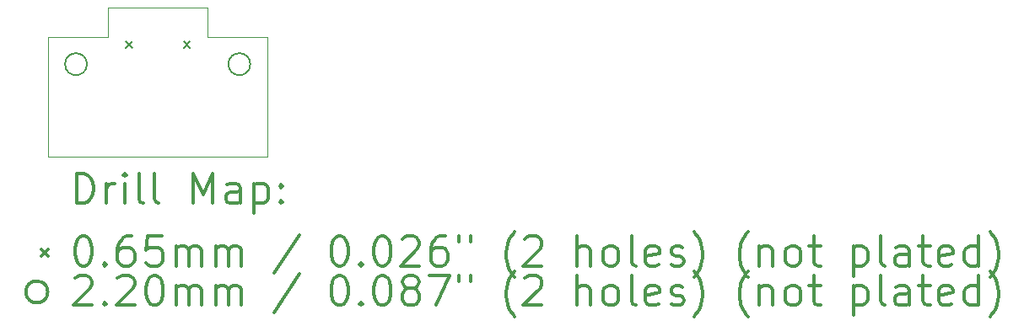
<source format=gbr>
%FSLAX45Y45*%
G04 Gerber Fmt 4.5, Leading zero omitted, Abs format (unit mm)*
G04 Created by KiCad (PCBNEW 5.1.5+dfsg1-2build2) date 2022-10-02 22:42:40*
%MOMM*%
%LPD*%
G04 APERTURE LIST*
%TA.AperFunction,Profile*%
%ADD10C,0.050000*%
%TD*%
%ADD11C,0.200000*%
%ADD12C,0.300000*%
G04 APERTURE END LIST*
D10*
X11600000Y-5300000D02*
X11600000Y-6500000D01*
X11000000Y-5000000D02*
X11000000Y-5300000D01*
X10000000Y-5000000D02*
X11000000Y-5000000D01*
X10000000Y-5000000D02*
X10000000Y-5300000D01*
X11600000Y-6500000D02*
X9400000Y-6500000D01*
X9400000Y-5300000D02*
X9400000Y-6500000D01*
X10000000Y-5300000D02*
X9400000Y-5300000D01*
X11000000Y-5300000D02*
X11600000Y-5300000D01*
D11*
X10181500Y-5340500D02*
X10246500Y-5405500D01*
X10246500Y-5340500D02*
X10181500Y-5405500D01*
X10759500Y-5340500D02*
X10824500Y-5405500D01*
X10824500Y-5340500D02*
X10759500Y-5405500D01*
X9790000Y-5570000D02*
G75*
G03X9790000Y-5570000I-110000J0D01*
G01*
X11430000Y-5570000D02*
G75*
G03X11430000Y-5570000I-110000J0D01*
G01*
D12*
X9683928Y-6968214D02*
X9683928Y-6668214D01*
X9755357Y-6668214D01*
X9798214Y-6682500D01*
X9826786Y-6711071D01*
X9841071Y-6739643D01*
X9855357Y-6796786D01*
X9855357Y-6839643D01*
X9841071Y-6896786D01*
X9826786Y-6925357D01*
X9798214Y-6953929D01*
X9755357Y-6968214D01*
X9683928Y-6968214D01*
X9983928Y-6968214D02*
X9983928Y-6768214D01*
X9983928Y-6825357D02*
X9998214Y-6796786D01*
X10012500Y-6782500D01*
X10041071Y-6768214D01*
X10069643Y-6768214D01*
X10169643Y-6968214D02*
X10169643Y-6768214D01*
X10169643Y-6668214D02*
X10155357Y-6682500D01*
X10169643Y-6696786D01*
X10183928Y-6682500D01*
X10169643Y-6668214D01*
X10169643Y-6696786D01*
X10355357Y-6968214D02*
X10326786Y-6953929D01*
X10312500Y-6925357D01*
X10312500Y-6668214D01*
X10512500Y-6968214D02*
X10483928Y-6953929D01*
X10469643Y-6925357D01*
X10469643Y-6668214D01*
X10855357Y-6968214D02*
X10855357Y-6668214D01*
X10955357Y-6882500D01*
X11055357Y-6668214D01*
X11055357Y-6968214D01*
X11326786Y-6968214D02*
X11326786Y-6811071D01*
X11312500Y-6782500D01*
X11283928Y-6768214D01*
X11226786Y-6768214D01*
X11198214Y-6782500D01*
X11326786Y-6953929D02*
X11298214Y-6968214D01*
X11226786Y-6968214D01*
X11198214Y-6953929D01*
X11183928Y-6925357D01*
X11183928Y-6896786D01*
X11198214Y-6868214D01*
X11226786Y-6853929D01*
X11298214Y-6853929D01*
X11326786Y-6839643D01*
X11469643Y-6768214D02*
X11469643Y-7068214D01*
X11469643Y-6782500D02*
X11498214Y-6768214D01*
X11555357Y-6768214D01*
X11583928Y-6782500D01*
X11598214Y-6796786D01*
X11612500Y-6825357D01*
X11612500Y-6911071D01*
X11598214Y-6939643D01*
X11583928Y-6953929D01*
X11555357Y-6968214D01*
X11498214Y-6968214D01*
X11469643Y-6953929D01*
X11741071Y-6939643D02*
X11755357Y-6953929D01*
X11741071Y-6968214D01*
X11726786Y-6953929D01*
X11741071Y-6939643D01*
X11741071Y-6968214D01*
X11741071Y-6782500D02*
X11755357Y-6796786D01*
X11741071Y-6811071D01*
X11726786Y-6796786D01*
X11741071Y-6782500D01*
X11741071Y-6811071D01*
X9332500Y-7430000D02*
X9397500Y-7495000D01*
X9397500Y-7430000D02*
X9332500Y-7495000D01*
X9741071Y-7298214D02*
X9769643Y-7298214D01*
X9798214Y-7312500D01*
X9812500Y-7326786D01*
X9826786Y-7355357D01*
X9841071Y-7412500D01*
X9841071Y-7483929D01*
X9826786Y-7541071D01*
X9812500Y-7569643D01*
X9798214Y-7583929D01*
X9769643Y-7598214D01*
X9741071Y-7598214D01*
X9712500Y-7583929D01*
X9698214Y-7569643D01*
X9683928Y-7541071D01*
X9669643Y-7483929D01*
X9669643Y-7412500D01*
X9683928Y-7355357D01*
X9698214Y-7326786D01*
X9712500Y-7312500D01*
X9741071Y-7298214D01*
X9969643Y-7569643D02*
X9983928Y-7583929D01*
X9969643Y-7598214D01*
X9955357Y-7583929D01*
X9969643Y-7569643D01*
X9969643Y-7598214D01*
X10241071Y-7298214D02*
X10183928Y-7298214D01*
X10155357Y-7312500D01*
X10141071Y-7326786D01*
X10112500Y-7369643D01*
X10098214Y-7426786D01*
X10098214Y-7541071D01*
X10112500Y-7569643D01*
X10126786Y-7583929D01*
X10155357Y-7598214D01*
X10212500Y-7598214D01*
X10241071Y-7583929D01*
X10255357Y-7569643D01*
X10269643Y-7541071D01*
X10269643Y-7469643D01*
X10255357Y-7441071D01*
X10241071Y-7426786D01*
X10212500Y-7412500D01*
X10155357Y-7412500D01*
X10126786Y-7426786D01*
X10112500Y-7441071D01*
X10098214Y-7469643D01*
X10541071Y-7298214D02*
X10398214Y-7298214D01*
X10383928Y-7441071D01*
X10398214Y-7426786D01*
X10426786Y-7412500D01*
X10498214Y-7412500D01*
X10526786Y-7426786D01*
X10541071Y-7441071D01*
X10555357Y-7469643D01*
X10555357Y-7541071D01*
X10541071Y-7569643D01*
X10526786Y-7583929D01*
X10498214Y-7598214D01*
X10426786Y-7598214D01*
X10398214Y-7583929D01*
X10383928Y-7569643D01*
X10683928Y-7598214D02*
X10683928Y-7398214D01*
X10683928Y-7426786D02*
X10698214Y-7412500D01*
X10726786Y-7398214D01*
X10769643Y-7398214D01*
X10798214Y-7412500D01*
X10812500Y-7441071D01*
X10812500Y-7598214D01*
X10812500Y-7441071D02*
X10826786Y-7412500D01*
X10855357Y-7398214D01*
X10898214Y-7398214D01*
X10926786Y-7412500D01*
X10941071Y-7441071D01*
X10941071Y-7598214D01*
X11083928Y-7598214D02*
X11083928Y-7398214D01*
X11083928Y-7426786D02*
X11098214Y-7412500D01*
X11126786Y-7398214D01*
X11169643Y-7398214D01*
X11198214Y-7412500D01*
X11212500Y-7441071D01*
X11212500Y-7598214D01*
X11212500Y-7441071D02*
X11226786Y-7412500D01*
X11255357Y-7398214D01*
X11298214Y-7398214D01*
X11326786Y-7412500D01*
X11341071Y-7441071D01*
X11341071Y-7598214D01*
X11926786Y-7283929D02*
X11669643Y-7669643D01*
X12312500Y-7298214D02*
X12341071Y-7298214D01*
X12369643Y-7312500D01*
X12383928Y-7326786D01*
X12398214Y-7355357D01*
X12412500Y-7412500D01*
X12412500Y-7483929D01*
X12398214Y-7541071D01*
X12383928Y-7569643D01*
X12369643Y-7583929D01*
X12341071Y-7598214D01*
X12312500Y-7598214D01*
X12283928Y-7583929D01*
X12269643Y-7569643D01*
X12255357Y-7541071D01*
X12241071Y-7483929D01*
X12241071Y-7412500D01*
X12255357Y-7355357D01*
X12269643Y-7326786D01*
X12283928Y-7312500D01*
X12312500Y-7298214D01*
X12541071Y-7569643D02*
X12555357Y-7583929D01*
X12541071Y-7598214D01*
X12526786Y-7583929D01*
X12541071Y-7569643D01*
X12541071Y-7598214D01*
X12741071Y-7298214D02*
X12769643Y-7298214D01*
X12798214Y-7312500D01*
X12812500Y-7326786D01*
X12826786Y-7355357D01*
X12841071Y-7412500D01*
X12841071Y-7483929D01*
X12826786Y-7541071D01*
X12812500Y-7569643D01*
X12798214Y-7583929D01*
X12769643Y-7598214D01*
X12741071Y-7598214D01*
X12712500Y-7583929D01*
X12698214Y-7569643D01*
X12683928Y-7541071D01*
X12669643Y-7483929D01*
X12669643Y-7412500D01*
X12683928Y-7355357D01*
X12698214Y-7326786D01*
X12712500Y-7312500D01*
X12741071Y-7298214D01*
X12955357Y-7326786D02*
X12969643Y-7312500D01*
X12998214Y-7298214D01*
X13069643Y-7298214D01*
X13098214Y-7312500D01*
X13112500Y-7326786D01*
X13126786Y-7355357D01*
X13126786Y-7383929D01*
X13112500Y-7426786D01*
X12941071Y-7598214D01*
X13126786Y-7598214D01*
X13383928Y-7298214D02*
X13326786Y-7298214D01*
X13298214Y-7312500D01*
X13283928Y-7326786D01*
X13255357Y-7369643D01*
X13241071Y-7426786D01*
X13241071Y-7541071D01*
X13255357Y-7569643D01*
X13269643Y-7583929D01*
X13298214Y-7598214D01*
X13355357Y-7598214D01*
X13383928Y-7583929D01*
X13398214Y-7569643D01*
X13412500Y-7541071D01*
X13412500Y-7469643D01*
X13398214Y-7441071D01*
X13383928Y-7426786D01*
X13355357Y-7412500D01*
X13298214Y-7412500D01*
X13269643Y-7426786D01*
X13255357Y-7441071D01*
X13241071Y-7469643D01*
X13526786Y-7298214D02*
X13526786Y-7355357D01*
X13641071Y-7298214D02*
X13641071Y-7355357D01*
X14083928Y-7712500D02*
X14069643Y-7698214D01*
X14041071Y-7655357D01*
X14026786Y-7626786D01*
X14012500Y-7583929D01*
X13998214Y-7512500D01*
X13998214Y-7455357D01*
X14012500Y-7383929D01*
X14026786Y-7341071D01*
X14041071Y-7312500D01*
X14069643Y-7269643D01*
X14083928Y-7255357D01*
X14183928Y-7326786D02*
X14198214Y-7312500D01*
X14226786Y-7298214D01*
X14298214Y-7298214D01*
X14326786Y-7312500D01*
X14341071Y-7326786D01*
X14355357Y-7355357D01*
X14355357Y-7383929D01*
X14341071Y-7426786D01*
X14169643Y-7598214D01*
X14355357Y-7598214D01*
X14712500Y-7598214D02*
X14712500Y-7298214D01*
X14841071Y-7598214D02*
X14841071Y-7441071D01*
X14826786Y-7412500D01*
X14798214Y-7398214D01*
X14755357Y-7398214D01*
X14726786Y-7412500D01*
X14712500Y-7426786D01*
X15026786Y-7598214D02*
X14998214Y-7583929D01*
X14983928Y-7569643D01*
X14969643Y-7541071D01*
X14969643Y-7455357D01*
X14983928Y-7426786D01*
X14998214Y-7412500D01*
X15026786Y-7398214D01*
X15069643Y-7398214D01*
X15098214Y-7412500D01*
X15112500Y-7426786D01*
X15126786Y-7455357D01*
X15126786Y-7541071D01*
X15112500Y-7569643D01*
X15098214Y-7583929D01*
X15069643Y-7598214D01*
X15026786Y-7598214D01*
X15298214Y-7598214D02*
X15269643Y-7583929D01*
X15255357Y-7555357D01*
X15255357Y-7298214D01*
X15526786Y-7583929D02*
X15498214Y-7598214D01*
X15441071Y-7598214D01*
X15412500Y-7583929D01*
X15398214Y-7555357D01*
X15398214Y-7441071D01*
X15412500Y-7412500D01*
X15441071Y-7398214D01*
X15498214Y-7398214D01*
X15526786Y-7412500D01*
X15541071Y-7441071D01*
X15541071Y-7469643D01*
X15398214Y-7498214D01*
X15655357Y-7583929D02*
X15683928Y-7598214D01*
X15741071Y-7598214D01*
X15769643Y-7583929D01*
X15783928Y-7555357D01*
X15783928Y-7541071D01*
X15769643Y-7512500D01*
X15741071Y-7498214D01*
X15698214Y-7498214D01*
X15669643Y-7483929D01*
X15655357Y-7455357D01*
X15655357Y-7441071D01*
X15669643Y-7412500D01*
X15698214Y-7398214D01*
X15741071Y-7398214D01*
X15769643Y-7412500D01*
X15883928Y-7712500D02*
X15898214Y-7698214D01*
X15926786Y-7655357D01*
X15941071Y-7626786D01*
X15955357Y-7583929D01*
X15969643Y-7512500D01*
X15969643Y-7455357D01*
X15955357Y-7383929D01*
X15941071Y-7341071D01*
X15926786Y-7312500D01*
X15898214Y-7269643D01*
X15883928Y-7255357D01*
X16426786Y-7712500D02*
X16412500Y-7698214D01*
X16383928Y-7655357D01*
X16369643Y-7626786D01*
X16355357Y-7583929D01*
X16341071Y-7512500D01*
X16341071Y-7455357D01*
X16355357Y-7383929D01*
X16369643Y-7341071D01*
X16383928Y-7312500D01*
X16412500Y-7269643D01*
X16426786Y-7255357D01*
X16541071Y-7398214D02*
X16541071Y-7598214D01*
X16541071Y-7426786D02*
X16555357Y-7412500D01*
X16583928Y-7398214D01*
X16626786Y-7398214D01*
X16655357Y-7412500D01*
X16669643Y-7441071D01*
X16669643Y-7598214D01*
X16855357Y-7598214D02*
X16826786Y-7583929D01*
X16812500Y-7569643D01*
X16798214Y-7541071D01*
X16798214Y-7455357D01*
X16812500Y-7426786D01*
X16826786Y-7412500D01*
X16855357Y-7398214D01*
X16898214Y-7398214D01*
X16926786Y-7412500D01*
X16941071Y-7426786D01*
X16955357Y-7455357D01*
X16955357Y-7541071D01*
X16941071Y-7569643D01*
X16926786Y-7583929D01*
X16898214Y-7598214D01*
X16855357Y-7598214D01*
X17041071Y-7398214D02*
X17155357Y-7398214D01*
X17083928Y-7298214D02*
X17083928Y-7555357D01*
X17098214Y-7583929D01*
X17126786Y-7598214D01*
X17155357Y-7598214D01*
X17483928Y-7398214D02*
X17483928Y-7698214D01*
X17483928Y-7412500D02*
X17512500Y-7398214D01*
X17569643Y-7398214D01*
X17598214Y-7412500D01*
X17612500Y-7426786D01*
X17626786Y-7455357D01*
X17626786Y-7541071D01*
X17612500Y-7569643D01*
X17598214Y-7583929D01*
X17569643Y-7598214D01*
X17512500Y-7598214D01*
X17483928Y-7583929D01*
X17798214Y-7598214D02*
X17769643Y-7583929D01*
X17755357Y-7555357D01*
X17755357Y-7298214D01*
X18041071Y-7598214D02*
X18041071Y-7441071D01*
X18026786Y-7412500D01*
X17998214Y-7398214D01*
X17941071Y-7398214D01*
X17912500Y-7412500D01*
X18041071Y-7583929D02*
X18012500Y-7598214D01*
X17941071Y-7598214D01*
X17912500Y-7583929D01*
X17898214Y-7555357D01*
X17898214Y-7526786D01*
X17912500Y-7498214D01*
X17941071Y-7483929D01*
X18012500Y-7483929D01*
X18041071Y-7469643D01*
X18141071Y-7398214D02*
X18255357Y-7398214D01*
X18183928Y-7298214D02*
X18183928Y-7555357D01*
X18198214Y-7583929D01*
X18226786Y-7598214D01*
X18255357Y-7598214D01*
X18469643Y-7583929D02*
X18441071Y-7598214D01*
X18383928Y-7598214D01*
X18355357Y-7583929D01*
X18341071Y-7555357D01*
X18341071Y-7441071D01*
X18355357Y-7412500D01*
X18383928Y-7398214D01*
X18441071Y-7398214D01*
X18469643Y-7412500D01*
X18483928Y-7441071D01*
X18483928Y-7469643D01*
X18341071Y-7498214D01*
X18741071Y-7598214D02*
X18741071Y-7298214D01*
X18741071Y-7583929D02*
X18712500Y-7598214D01*
X18655357Y-7598214D01*
X18626786Y-7583929D01*
X18612500Y-7569643D01*
X18598214Y-7541071D01*
X18598214Y-7455357D01*
X18612500Y-7426786D01*
X18626786Y-7412500D01*
X18655357Y-7398214D01*
X18712500Y-7398214D01*
X18741071Y-7412500D01*
X18855357Y-7712500D02*
X18869643Y-7698214D01*
X18898214Y-7655357D01*
X18912500Y-7626786D01*
X18926786Y-7583929D01*
X18941071Y-7512500D01*
X18941071Y-7455357D01*
X18926786Y-7383929D01*
X18912500Y-7341071D01*
X18898214Y-7312500D01*
X18869643Y-7269643D01*
X18855357Y-7255357D01*
X9397500Y-7858500D02*
G75*
G03X9397500Y-7858500I-110000J0D01*
G01*
X9669643Y-7722786D02*
X9683928Y-7708500D01*
X9712500Y-7694214D01*
X9783928Y-7694214D01*
X9812500Y-7708500D01*
X9826786Y-7722786D01*
X9841071Y-7751357D01*
X9841071Y-7779929D01*
X9826786Y-7822786D01*
X9655357Y-7994214D01*
X9841071Y-7994214D01*
X9969643Y-7965643D02*
X9983928Y-7979929D01*
X9969643Y-7994214D01*
X9955357Y-7979929D01*
X9969643Y-7965643D01*
X9969643Y-7994214D01*
X10098214Y-7722786D02*
X10112500Y-7708500D01*
X10141071Y-7694214D01*
X10212500Y-7694214D01*
X10241071Y-7708500D01*
X10255357Y-7722786D01*
X10269643Y-7751357D01*
X10269643Y-7779929D01*
X10255357Y-7822786D01*
X10083928Y-7994214D01*
X10269643Y-7994214D01*
X10455357Y-7694214D02*
X10483928Y-7694214D01*
X10512500Y-7708500D01*
X10526786Y-7722786D01*
X10541071Y-7751357D01*
X10555357Y-7808500D01*
X10555357Y-7879929D01*
X10541071Y-7937071D01*
X10526786Y-7965643D01*
X10512500Y-7979929D01*
X10483928Y-7994214D01*
X10455357Y-7994214D01*
X10426786Y-7979929D01*
X10412500Y-7965643D01*
X10398214Y-7937071D01*
X10383928Y-7879929D01*
X10383928Y-7808500D01*
X10398214Y-7751357D01*
X10412500Y-7722786D01*
X10426786Y-7708500D01*
X10455357Y-7694214D01*
X10683928Y-7994214D02*
X10683928Y-7794214D01*
X10683928Y-7822786D02*
X10698214Y-7808500D01*
X10726786Y-7794214D01*
X10769643Y-7794214D01*
X10798214Y-7808500D01*
X10812500Y-7837071D01*
X10812500Y-7994214D01*
X10812500Y-7837071D02*
X10826786Y-7808500D01*
X10855357Y-7794214D01*
X10898214Y-7794214D01*
X10926786Y-7808500D01*
X10941071Y-7837071D01*
X10941071Y-7994214D01*
X11083928Y-7994214D02*
X11083928Y-7794214D01*
X11083928Y-7822786D02*
X11098214Y-7808500D01*
X11126786Y-7794214D01*
X11169643Y-7794214D01*
X11198214Y-7808500D01*
X11212500Y-7837071D01*
X11212500Y-7994214D01*
X11212500Y-7837071D02*
X11226786Y-7808500D01*
X11255357Y-7794214D01*
X11298214Y-7794214D01*
X11326786Y-7808500D01*
X11341071Y-7837071D01*
X11341071Y-7994214D01*
X11926786Y-7679929D02*
X11669643Y-8065643D01*
X12312500Y-7694214D02*
X12341071Y-7694214D01*
X12369643Y-7708500D01*
X12383928Y-7722786D01*
X12398214Y-7751357D01*
X12412500Y-7808500D01*
X12412500Y-7879929D01*
X12398214Y-7937071D01*
X12383928Y-7965643D01*
X12369643Y-7979929D01*
X12341071Y-7994214D01*
X12312500Y-7994214D01*
X12283928Y-7979929D01*
X12269643Y-7965643D01*
X12255357Y-7937071D01*
X12241071Y-7879929D01*
X12241071Y-7808500D01*
X12255357Y-7751357D01*
X12269643Y-7722786D01*
X12283928Y-7708500D01*
X12312500Y-7694214D01*
X12541071Y-7965643D02*
X12555357Y-7979929D01*
X12541071Y-7994214D01*
X12526786Y-7979929D01*
X12541071Y-7965643D01*
X12541071Y-7994214D01*
X12741071Y-7694214D02*
X12769643Y-7694214D01*
X12798214Y-7708500D01*
X12812500Y-7722786D01*
X12826786Y-7751357D01*
X12841071Y-7808500D01*
X12841071Y-7879929D01*
X12826786Y-7937071D01*
X12812500Y-7965643D01*
X12798214Y-7979929D01*
X12769643Y-7994214D01*
X12741071Y-7994214D01*
X12712500Y-7979929D01*
X12698214Y-7965643D01*
X12683928Y-7937071D01*
X12669643Y-7879929D01*
X12669643Y-7808500D01*
X12683928Y-7751357D01*
X12698214Y-7722786D01*
X12712500Y-7708500D01*
X12741071Y-7694214D01*
X13012500Y-7822786D02*
X12983928Y-7808500D01*
X12969643Y-7794214D01*
X12955357Y-7765643D01*
X12955357Y-7751357D01*
X12969643Y-7722786D01*
X12983928Y-7708500D01*
X13012500Y-7694214D01*
X13069643Y-7694214D01*
X13098214Y-7708500D01*
X13112500Y-7722786D01*
X13126786Y-7751357D01*
X13126786Y-7765643D01*
X13112500Y-7794214D01*
X13098214Y-7808500D01*
X13069643Y-7822786D01*
X13012500Y-7822786D01*
X12983928Y-7837071D01*
X12969643Y-7851357D01*
X12955357Y-7879929D01*
X12955357Y-7937071D01*
X12969643Y-7965643D01*
X12983928Y-7979929D01*
X13012500Y-7994214D01*
X13069643Y-7994214D01*
X13098214Y-7979929D01*
X13112500Y-7965643D01*
X13126786Y-7937071D01*
X13126786Y-7879929D01*
X13112500Y-7851357D01*
X13098214Y-7837071D01*
X13069643Y-7822786D01*
X13226786Y-7694214D02*
X13426786Y-7694214D01*
X13298214Y-7994214D01*
X13526786Y-7694214D02*
X13526786Y-7751357D01*
X13641071Y-7694214D02*
X13641071Y-7751357D01*
X14083928Y-8108500D02*
X14069643Y-8094214D01*
X14041071Y-8051357D01*
X14026786Y-8022786D01*
X14012500Y-7979929D01*
X13998214Y-7908500D01*
X13998214Y-7851357D01*
X14012500Y-7779929D01*
X14026786Y-7737071D01*
X14041071Y-7708500D01*
X14069643Y-7665643D01*
X14083928Y-7651357D01*
X14183928Y-7722786D02*
X14198214Y-7708500D01*
X14226786Y-7694214D01*
X14298214Y-7694214D01*
X14326786Y-7708500D01*
X14341071Y-7722786D01*
X14355357Y-7751357D01*
X14355357Y-7779929D01*
X14341071Y-7822786D01*
X14169643Y-7994214D01*
X14355357Y-7994214D01*
X14712500Y-7994214D02*
X14712500Y-7694214D01*
X14841071Y-7994214D02*
X14841071Y-7837071D01*
X14826786Y-7808500D01*
X14798214Y-7794214D01*
X14755357Y-7794214D01*
X14726786Y-7808500D01*
X14712500Y-7822786D01*
X15026786Y-7994214D02*
X14998214Y-7979929D01*
X14983928Y-7965643D01*
X14969643Y-7937071D01*
X14969643Y-7851357D01*
X14983928Y-7822786D01*
X14998214Y-7808500D01*
X15026786Y-7794214D01*
X15069643Y-7794214D01*
X15098214Y-7808500D01*
X15112500Y-7822786D01*
X15126786Y-7851357D01*
X15126786Y-7937071D01*
X15112500Y-7965643D01*
X15098214Y-7979929D01*
X15069643Y-7994214D01*
X15026786Y-7994214D01*
X15298214Y-7994214D02*
X15269643Y-7979929D01*
X15255357Y-7951357D01*
X15255357Y-7694214D01*
X15526786Y-7979929D02*
X15498214Y-7994214D01*
X15441071Y-7994214D01*
X15412500Y-7979929D01*
X15398214Y-7951357D01*
X15398214Y-7837071D01*
X15412500Y-7808500D01*
X15441071Y-7794214D01*
X15498214Y-7794214D01*
X15526786Y-7808500D01*
X15541071Y-7837071D01*
X15541071Y-7865643D01*
X15398214Y-7894214D01*
X15655357Y-7979929D02*
X15683928Y-7994214D01*
X15741071Y-7994214D01*
X15769643Y-7979929D01*
X15783928Y-7951357D01*
X15783928Y-7937071D01*
X15769643Y-7908500D01*
X15741071Y-7894214D01*
X15698214Y-7894214D01*
X15669643Y-7879929D01*
X15655357Y-7851357D01*
X15655357Y-7837071D01*
X15669643Y-7808500D01*
X15698214Y-7794214D01*
X15741071Y-7794214D01*
X15769643Y-7808500D01*
X15883928Y-8108500D02*
X15898214Y-8094214D01*
X15926786Y-8051357D01*
X15941071Y-8022786D01*
X15955357Y-7979929D01*
X15969643Y-7908500D01*
X15969643Y-7851357D01*
X15955357Y-7779929D01*
X15941071Y-7737071D01*
X15926786Y-7708500D01*
X15898214Y-7665643D01*
X15883928Y-7651357D01*
X16426786Y-8108500D02*
X16412500Y-8094214D01*
X16383928Y-8051357D01*
X16369643Y-8022786D01*
X16355357Y-7979929D01*
X16341071Y-7908500D01*
X16341071Y-7851357D01*
X16355357Y-7779929D01*
X16369643Y-7737071D01*
X16383928Y-7708500D01*
X16412500Y-7665643D01*
X16426786Y-7651357D01*
X16541071Y-7794214D02*
X16541071Y-7994214D01*
X16541071Y-7822786D02*
X16555357Y-7808500D01*
X16583928Y-7794214D01*
X16626786Y-7794214D01*
X16655357Y-7808500D01*
X16669643Y-7837071D01*
X16669643Y-7994214D01*
X16855357Y-7994214D02*
X16826786Y-7979929D01*
X16812500Y-7965643D01*
X16798214Y-7937071D01*
X16798214Y-7851357D01*
X16812500Y-7822786D01*
X16826786Y-7808500D01*
X16855357Y-7794214D01*
X16898214Y-7794214D01*
X16926786Y-7808500D01*
X16941071Y-7822786D01*
X16955357Y-7851357D01*
X16955357Y-7937071D01*
X16941071Y-7965643D01*
X16926786Y-7979929D01*
X16898214Y-7994214D01*
X16855357Y-7994214D01*
X17041071Y-7794214D02*
X17155357Y-7794214D01*
X17083928Y-7694214D02*
X17083928Y-7951357D01*
X17098214Y-7979929D01*
X17126786Y-7994214D01*
X17155357Y-7994214D01*
X17483928Y-7794214D02*
X17483928Y-8094214D01*
X17483928Y-7808500D02*
X17512500Y-7794214D01*
X17569643Y-7794214D01*
X17598214Y-7808500D01*
X17612500Y-7822786D01*
X17626786Y-7851357D01*
X17626786Y-7937071D01*
X17612500Y-7965643D01*
X17598214Y-7979929D01*
X17569643Y-7994214D01*
X17512500Y-7994214D01*
X17483928Y-7979929D01*
X17798214Y-7994214D02*
X17769643Y-7979929D01*
X17755357Y-7951357D01*
X17755357Y-7694214D01*
X18041071Y-7994214D02*
X18041071Y-7837071D01*
X18026786Y-7808500D01*
X17998214Y-7794214D01*
X17941071Y-7794214D01*
X17912500Y-7808500D01*
X18041071Y-7979929D02*
X18012500Y-7994214D01*
X17941071Y-7994214D01*
X17912500Y-7979929D01*
X17898214Y-7951357D01*
X17898214Y-7922786D01*
X17912500Y-7894214D01*
X17941071Y-7879929D01*
X18012500Y-7879929D01*
X18041071Y-7865643D01*
X18141071Y-7794214D02*
X18255357Y-7794214D01*
X18183928Y-7694214D02*
X18183928Y-7951357D01*
X18198214Y-7979929D01*
X18226786Y-7994214D01*
X18255357Y-7994214D01*
X18469643Y-7979929D02*
X18441071Y-7994214D01*
X18383928Y-7994214D01*
X18355357Y-7979929D01*
X18341071Y-7951357D01*
X18341071Y-7837071D01*
X18355357Y-7808500D01*
X18383928Y-7794214D01*
X18441071Y-7794214D01*
X18469643Y-7808500D01*
X18483928Y-7837071D01*
X18483928Y-7865643D01*
X18341071Y-7894214D01*
X18741071Y-7994214D02*
X18741071Y-7694214D01*
X18741071Y-7979929D02*
X18712500Y-7994214D01*
X18655357Y-7994214D01*
X18626786Y-7979929D01*
X18612500Y-7965643D01*
X18598214Y-7937071D01*
X18598214Y-7851357D01*
X18612500Y-7822786D01*
X18626786Y-7808500D01*
X18655357Y-7794214D01*
X18712500Y-7794214D01*
X18741071Y-7808500D01*
X18855357Y-8108500D02*
X18869643Y-8094214D01*
X18898214Y-8051357D01*
X18912500Y-8022786D01*
X18926786Y-7979929D01*
X18941071Y-7908500D01*
X18941071Y-7851357D01*
X18926786Y-7779929D01*
X18912500Y-7737071D01*
X18898214Y-7708500D01*
X18869643Y-7665643D01*
X18855357Y-7651357D01*
M02*

</source>
